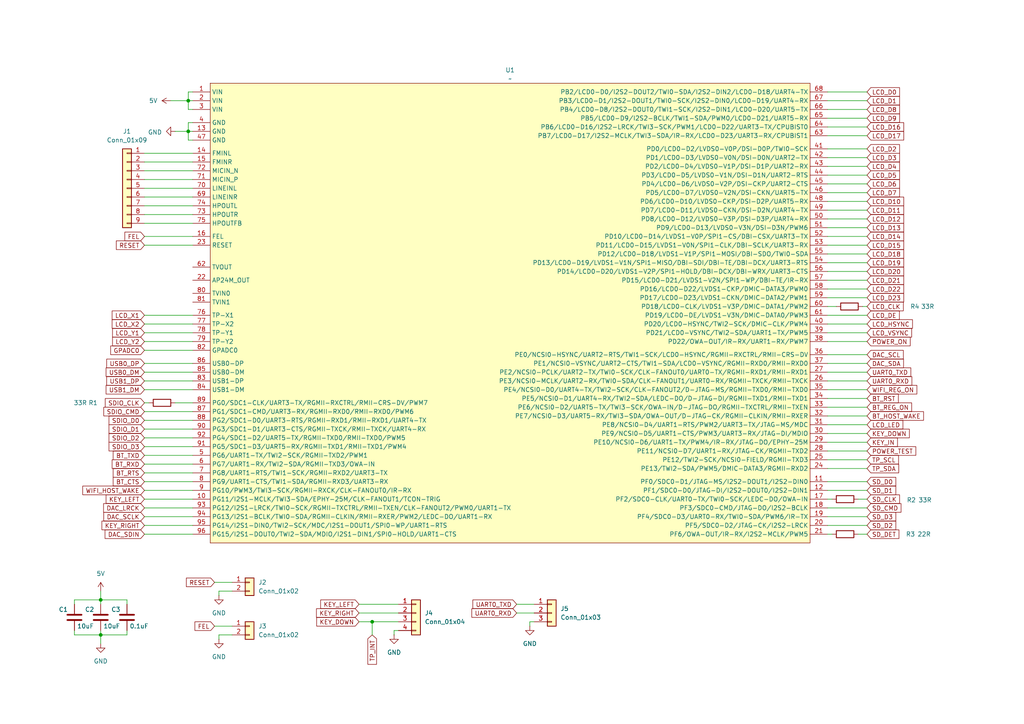
<source format=kicad_sch>
(kicad_sch (version 20250114) (generator "eeschema") (generator_version "9.0")
  (paper "A4")
  (lib_symbols
    (symbol "Connector_Generic:Conn_01x02" (pin_names (offset 1.016) (hide yes))
      (property "Reference" "J" (at 0 2.54 0))
      (property "Value" "Conn_01x02" (at 0 -5.08 0))
      (symbol "Conn_01x02_1_1"
        (rectangle (start -1.27 1.27) (end 1.27 -3.81) (stroke (width 0.254)) (fill (type background)))
        (rectangle (start -1.27 0.127) (end 0 -0.127) (stroke (width 0.1524)))
        (rectangle (start -1.27 -2.413) (end 0 -2.667) (stroke (width 0.1524)))
        (pin passive line (at -5.08 0 0) (length 3.81) (name "Pin_1") (number "1"))
        (pin passive line (at -5.08 -2.54 0) (length 3.81) (name "Pin_2") (number "2"))
      )
    )
    (symbol "Connector_Generic:Conn_01x03" (pin_names (offset 1.016) (hide yes))
      (property "Reference" "J" (at 0 5.08 0))
      (property "Value" "Conn_01x03" (at 0 -5.08 0))
      (symbol "Conn_01x03_1_1"
        (rectangle (start -1.27 3.81) (end 1.27 -3.81) (stroke (width 0.254)) (fill (type background)))
        (rectangle (start -1.27 2.667) (end 0 2.413) (stroke (width 0.1524)))
        (rectangle (start -1.27 0.127) (end 0 -0.127) (stroke (width 0.1524)))
        (rectangle (start -1.27 -2.413) (end 0 -2.667) (stroke (width 0.1524)))
        (pin passive line (at -5.08 2.54 0) (length 3.81) (name "Pin_1") (number "1"))
        (pin passive line (at -5.08 0 0) (length 3.81) (name "Pin_2") (number "2"))
        (pin passive line (at -5.08 -2.54 0) (length 3.81) (name "Pin_3") (number "3"))
      )
    )
    (symbol "Connector_Generic:Conn_01x04" (pin_names (offset 1.016) (hide yes))
      (property "Reference" "J" (at 0 5.08 0))
      (property "Value" "Conn_01x04" (at 0 -7.62 0))
      (symbol "Conn_01x04_1_1"
        (rectangle (start -1.27 3.81) (end 1.27 -6.35) (stroke (width 0.254)) (fill (type background)))
        (rectangle (start -1.27 2.667) (end 0 2.413) (stroke (width 0.1524)))
        (rectangle (start -1.27 0.127) (end 0 -0.127) (stroke (width 0.1524)))
        (rectangle (start -1.27 -2.413) (end 0 -2.667) (stroke (width 0.1524)))
        (rectangle (start -1.27 -4.953) (end 0 -5.207) (stroke (width 0.1524)))
        (pin passive line (at -5.08 2.54 0) (length 3.81) (name "Pin_1") (number "1"))
        (pin passive line (at -5.08 0 0) (length 3.81) (name "Pin_2") (number "2"))
        (pin passive line (at -5.08 -2.54 0) (length 3.81) (name "Pin_3") (number "3"))
        (pin passive line (at -5.08 -5.08 0) (length 3.81) (name "Pin_4") (number "4"))
      )
    )
    (symbol "Connector_Generic:Conn_01x09" (pin_names (offset 1.016) (hide yes))
      (property "Reference" "J" (at 0 12.7 0))
      (property "Value" "Conn_01x09" (at 0 -12.7 0))
      (symbol "Conn_01x09_1_1"
        (rectangle (start -1.27 11.43) (end 1.27 -11.43) (stroke (width 0.254)) (fill (type background)))
        (rectangle (start -1.27 10.287) (end 0 10.033) (stroke (width 0.1524)))
        (rectangle (start -1.27 7.747) (end 0 7.493) (stroke (width 0.1524)))
        (rectangle (start -1.27 5.207) (end 0 4.953) (stroke (width 0.1524)))
        (rectangle (start -1.27 2.667) (end 0 2.413) (stroke (width 0.1524)))
        (rectangle (start -1.27 0.127) (end 0 -0.127) (stroke (width 0.1524)))
        (rectangle (start -1.27 -2.413) (end 0 -2.667) (stroke (width 0.1524)))
        (rectangle (start -1.27 -4.953) (end 0 -5.207) (stroke (width 0.1524)))
        (rectangle (start -1.27 -7.493) (end 0 -7.747) (stroke (width 0.1524)))
        (rectangle (start -1.27 -10.033) (end 0 -10.287) (stroke (width 0.1524)))
        (pin passive line (at -5.08 10.16 0) (length 3.81) (name "Pin_1") (number "1"))
        (pin passive line (at -5.08 7.62 0) (length 3.81) (name "Pin_2") (number "2"))
        (pin passive line (at -5.08 5.08 0) (length 3.81) (name "Pin_3") (number "3"))
        (pin passive line (at -5.08 2.54 0) (length 3.81) (name "Pin_4") (number "4"))
        (pin passive line (at -5.08 0 0) (length 3.81) (name "Pin_5") (number "5"))
        (pin passive line (at -5.08 -2.54 0) (length 3.81) (name "Pin_6") (number "6"))
        (pin passive line (at -5.08 -5.08 0) (length 3.81) (name "Pin_7") (number "7"))
        (pin passive line (at -5.08 -7.62 0) (length 3.81) (name "Pin_8") (number "8"))
        (pin passive line (at -5.08 -10.16 0) (length 3.81) (name "Pin_9") (number "9"))
      )
    )
    (symbol "Device:C" (pin_numbers (hide yes)) (pin_names (offset 0.254))
      (property "Reference" "C" (at 0.635 2.54 0))
      (property "Value" "C" (at 0.635 -2.54 0))
      (symbol "C_0_1"
        (polyline (pts (xy -2.032 0.762) (xy 2.032 0.762)) (stroke (width 0.508)))
        (polyline (pts (xy -2.032 -0.762) (xy 2.032 -0.762)) (stroke (width 0.508)))
      )
      (symbol "C_1_1"
        (pin passive line (at 0 3.81 270) (length 2.794) (name "~") (number "1"))
        (pin passive line (at 0 -3.81 90) (length 2.794) (name "~") (number "2"))
      )
    )
    (symbol "Device:R" (pin_numbers (hide yes)) (pin_names (offset 0))
      (property "Reference" "R" (at 2.032 0 90))
      (property "Value" "R" (at 0 0 90))
      (symbol "R_0_1"
        (rectangle (start -1.016 -2.54) (end 1.016 2.54) (stroke (width 0.254)))
      )
      (symbol "R_1_1"
        (pin passive line (at 0 3.81 270) (length 1.27) (name "~") (number "1"))
        (pin passive line (at 0 -3.81 90) (length 1.27) (name "~") (number "2"))
      )
    )
    (symbol "coloryr:T113_Module"
      (property "Reference" "U" (at 1.016 1.27 0))
      (symbol "T113_Module_1_1"
        (rectangle (start 0 0) (end 173.99 -133.35) (fill (type background)))
        (pin power_in line (at -5.08 -2.54 0) (length 5.08) (name "VIN") (number "1"))
        (pin power_in line (at -5.08 -5.08 0) (length 5.08) (name "VIN") (number "2"))
        (pin power_in line (at -5.08 -7.62 0) (length 5.08) (name "VIN") (number "3"))
        (pin power_in line (at -5.08 -11.43 0) (length 5.08) (name "GND") (number "4"))
        (pin power_in line (at -5.08 -13.97 0) (length 5.08) (name "GND") (number "13"))
        (pin power_in line (at -5.08 -16.51 0) (length 5.08) (name "GND") (number "47"))
        (pin bidirectional line (at -5.08 -20.32 0) (length 5.08) (name "FMINL") (number "14"))
        (pin bidirectional line (at -5.08 -22.86 0) (length 5.08) (name "FMINR") (number "15"))
        (pin bidirectional line (at -5.08 -25.4 0) (length 5.08) (name "MICIN_N") (number "72"))
        (pin bidirectional line (at -5.08 -27.94 0) (length 5.08) (name "MICIN_P") (number "71"))
        (pin bidirectional line (at -5.08 -30.48 0) (length 5.08) (name "LINEINL") (number "70"))
        (pin bidirectional line (at -5.08 -33.02 0) (length 5.08) (name "LINEINR") (number "69"))
        (pin bidirectional line (at -5.08 -35.56 0) (length 5.08) (name "HPOUTL") (number "74"))
        (pin bidirectional line (at -5.08 -38.1 0) (length 5.08) (name "HPOUTR") (number "73"))
        (pin bidirectional line (at -5.08 -40.64 0) (length 5.08) (name "HPOUTFB") (number "75"))
        (pin bidirectional line (at -5.08 -44.45 0) (length 5.08) (name "FEL") (number "16"))
        (pin bidirectional line (at -5.08 -46.99 0) (length 5.08) (name "RESET") (number "23"))
        (pin bidirectional line (at -5.08 -53.34 0) (length 5.08) (name "TVOUT") (number "62"))
        (pin bidirectional line (at -5.08 -57.15 0) (length 5.08) (name "AP24M_OUT") (number "22"))
        (pin bidirectional line (at -5.08 -60.96 0) (length 5.08) (name "TVIN0") (number "80"))
        (pin bidirectional line (at -5.08 -63.5 0) (length 5.08) (name "TVIN1") (number "81"))
        (pin bidirectional line (at -5.08 -67.31 0) (length 5.08) (name "TP-X1") (number "76"))
        (pin bidirectional line (at -5.08 -69.85 0) (length 5.08) (name "TP-X2") (number "77"))
        (pin bidirectional line (at -5.08 -72.39 0) (length 5.08) (name "TP-Y1") (number "78"))
        (pin bidirectional line (at -5.08 -74.93 0) (length 5.08) (name "TP-Y2") (number "79"))
        (pin bidirectional line (at -5.08 -77.47 0) (length 5.08) (name "GPADC0") (number "82"))
        (pin bidirectional line (at -5.08 -81.28 0) (length 5.08) (name "USB0-DP") (number "86"))
        (pin bidirectional line (at -5.08 -83.82 0) (length 5.08) (name "USB0-DM") (number "85"))
        (pin bidirectional line (at -5.08 -86.36 0) (length 5.08) (name "USB1-DP") (number "83"))
        (pin bidirectional line (at -5.08 -88.9 0) (length 5.08) (name "USB1-DM") (number "84"))
        (pin bidirectional line (at -5.08 -92.71 0) (length 5.08) (name "PG0/SDC1-CLK/UART3-TX/RGMII-RXCTRL/RMII-CRS-DV/PWM7") (number "89"))
        (pin bidirectional line (at -5.08 -95.25 0) (length 5.08) (name "PG1/SDC1-CMD/UART3-RX/RGMII-RXD0/RMII-RXD0/PWM6") (number "87"))
        (pin bidirectional line (at -5.08 -97.79 0) (length 5.08) (name "PG2/SDC1-D0/UART3-RTS/RGMII-RXD1/RMII-RXD1/UART4-TX") (number "88"))
        (pin bidirectional line (at -5.08 -100.33 0) (length 5.08) (name "PG3/SDC1-D1/UART3-CTS/RGMII-TXCK/RMII-TXCK/UART4-RX") (number "90"))
        (pin bidirectional line (at -5.08 -102.87 0) (length 5.08) (name "PG4/SDC1-D2/UART5-TX/RGMII-TXD0/RMII-TXD0/PWM5") (number "92"))
        (pin bidirectional line (at -5.08 -105.41 0) (length 5.08) (name "PG5/SDC1-D3/UART5-RX/RGMII-TXD1/RMII-TXD1/PWM4") (number "91"))
        (pin bidirectional line (at -5.08 -107.95 0) (length 5.08) (name "PG6/UART1-TX/TWI2-SCK/RGMII-TXD2/PWM1") (number "5"))
        (pin bidirectional line (at -5.08 -110.49 0) (length 5.08) (name "PG7/UART1-RX/TWI2-SDA/RGMII-TXD3/OWA-IN") (number "6"))
        (pin bidirectional line (at -5.08 -113.03 0) (length 5.08) (name "PG8/UART1-RTS/TWI1-SCK/RGMII-RXD2/UART3-TX") (number "7"))
        (pin bidirectional line (at -5.08 -115.57 0) (length 5.08) (name "PG9/UART1-CTS/TWI1-SDA/RGMII-RXD3/UART3-RX") (number "8"))
        (pin bidirectional line (at -5.08 -118.11 0) (length 5.08) (name "PG10/PWM3/TWI3-SCK/RGMII-RXCK/CLK-FANOUT0/IR-RX") (number "9"))
        (pin bidirectional line (at -5.08 -120.65 0) (length 5.08) (name "PG11/I2S1-MCLK/TWI3-SDA/EPHY-25M/CLK-FANOUT1/TCON-TRIG") (number "10"))
        (pin bidirectional line (at -5.08 -123.19 0) (length 5.08) (name "PG12/I2S1-LRCK/TWI0-SCK/RGMII-TXCTRL/RMII-TXEN/CLK-FANOUT2/PWM0/UART1-TX") (number "93"))
        (pin bidirectional line (at -5.08 -125.73 0) (length 5.08) (name "PG13/I2S1-BCLK/TWI0-SDA/RGMII-CLKIN/RMII-RXER/PWM2/LEDC-DO/UART1-RX") (number "94"))
        (pin bidirectional line (at -5.08 -128.27 0) (length 5.08) (name "PG14/I2S1-DIN0/TWI2-SCK/MDC/I2S1-DOUT1/SPI0-WP/UART1-RTS") (number "95"))
        (pin bidirectional line (at -5.08 -130.81 0) (length 5.08) (name "PG15/I2S1-DOUT0/TWI2-SDA/MDIO/I2S1-DIN1/SPI0-HOLD/UART1-CTS") (number "96"))
        (pin bidirectional line (at 179.07 -2.54 180) (length 5.08) (name "PB2/LCD0-D0/I2S2-DOUT2/TWI0-SDA/I2S2-DIN2/LCD0-D18/UART4-TX") (number "68"))
        (pin bidirectional line (at 179.07 -5.08 180) (length 5.08) (name "PB3/LCD0-D1/I2S2-DOUT1/TWI0-SCK/I2S2-DIN0/LCD0-D19/UART4-RX") (number "67"))
        (pin bidirectional line (at 179.07 -7.62 180) (length 5.08) (name "PB4/LCD0-D8/I2S2-DOUT0/TWI1-SCK/I2S2-DIN1/LCD0-D20/UART5-TX") (number "66"))
        (pin bidirectional line (at 179.07 -10.16 180) (length 5.08) (name "PB5/LCD0-D9/I2S2-BCLK/TWI1-SDA/PWM0/LCD0-D21/UART5-RX") (number "65"))
        (pin bidirectional line (at 179.07 -12.7 180) (length 5.08) (name "PB6/LCD0-D16/I2S2-LRCK/TWI3-SCK/PWM1/LCD0-D22/UART3-TX/CPUBIST0") (number "64"))
        (pin bidirectional line (at 179.07 -15.24 180) (length 5.08) (name "PB7/LCD0-D17/I2S2-MCLK/TWI3-SDA/IR-RX/LCD0-D23/UART3-RX/CPUBIST1") (number "63"))
        (pin bidirectional line (at 179.07 -19.05 180) (length 5.08) (name "PD0/LCD0-D2/LVDS0-V0P/DSI-D0P/TWI0-SCK") (number "41"))
        (pin bidirectional line (at 179.07 -21.59 180) (length 5.08) (name "PD1/LCD0-D3/LVDS0-V0N/DSI-D0N/UART2-TX") (number "42"))
        (pin bidirectional line (at 179.07 -24.13 180) (length 5.08) (name "PD2/LCD0-D4/LVDS0-V1P/DSI-D1P/UART2-RX") (number "43"))
        (pin bidirectional line (at 179.07 -26.67 180) (length 5.08) (name "PD3/LCD0-D5/LVDS0-V1N/DSI-D1N/UART2-RTS") (number "44"))
        (pin bidirectional line (at 179.07 -29.21 180) (length 5.08) (name "PD4/LCD0-D6/LVDS0-V2P/DSI-CKP/UART2-CTS") (number "45"))
        (pin bidirectional line (at 179.07 -31.75 180) (length 5.08) (name "PD5/LCD0-D7/LVDS0-V2N/DSI-CKN/UART5-TX") (number "46"))
        (pin bidirectional line (at 179.07 -34.29 180) (length 5.08) (name "PD6/LCD0-D10/LVDS0-CKP/DSI-D2P/UART5-RX") (number "48"))
        (pin bidirectional line (at 179.07 -36.83 180) (length 5.08) (name "PD7/LCD0-D11/LVDS0-CKN/DSI-D2N/UART4-TX") (number "49"))
        (pin bidirectional line (at 179.07 -39.37 180) (length 5.08) (name "PD8/LCD0-D12/LVDS0-V3P/DSI-D3P/UART4-RX") (number "50"))
        (pin bidirectional line (at 179.07 -41.91 180) (length 5.08) (name "PD9/LCD0-D13/LVDS0-V3N/DSI-D3N/PWM6") (number "51"))
        (pin bidirectional line (at 179.07 -44.45 180) (length 5.08) (name "PD10/LCD0-D14/LVDS1-V0P/SPI1-CS/DBI-CSX/UART3-TX") (number "52"))
        (pin bidirectional line (at 179.07 -46.99 180) (length 5.08) (name "PD11/LCD0-D15/LVDS1-V0N/SPI1-CLK/DBI-SCLK/UART3-RX") (number "53"))
        (pin bidirectional line (at 179.07 -49.53 180) (length 5.08) (name "PD12/LCD0-D18/LVDS1-V1P/SPI1-MOSI/DBI-SDO/TWI0-SDA") (number "55"))
        (pin bidirectional line (at 179.07 -52.07 180) (length 5.08) (name "PD13/LCD0-D19/LVDS1-V1N/SPI1-MISO/DBI-SDI/DBI-TE/DBI-DCX/UART3-RTS") (number "54"))
        (pin bidirectional line (at 179.07 -54.61 180) (length 5.08) (name "PD14/LCD0-D20/LVDS1-V2P/SPI1-HOLD/DBI-DCX/DBI-WRX/UART3-CTS") (number "56"))
        (pin bidirectional line (at 179.07 -57.15 180) (length 5.08) (name "PD15/LCD0-D21/LVDS1-V2N/SPI1-WP/DBI-TE/IR-RX") (number "57"))
        (pin bidirectional line (at 179.07 -59.69 180) (length 5.08) (name "PD16/LCD0-D22/LVDS1-CKP/DMIC-DATA3/PWM0") (number "58"))
        (pin bidirectional line (at 179.07 -62.23 180) (length 5.08) (name "PD17/LCD0-D23/LVDS1-CKN/DMIC-DATA2/PWM1") (number "59"))
        (pin bidirectional line (at 179.07 -64.77 180) (length 5.08) (name "PD18/LCD0-CLK/LVDS1-V3P/DMIC-DATA1/PWM2") (number "60"))
        (pin bidirectional line (at 179.07 -67.31 180) (length 5.08) (name "PD19/LCD0-DE/LVDS1-V3N/DMIC-DATA0/PWM3") (number "61"))
        (pin bidirectional line (at 179.07 -69.85 180) (length 5.08) (name "PD20/LCD0-HSYNC/TWI2-SCK/DMIC-CLK/PWM4") (number "40"))
        (pin bidirectional line (at 179.07 -72.39 180) (length 5.08) (name "PD21/LCD0-VSYNC/TWI2-SDA/UART1-TX/PWM5") (number "39"))
        (pin bidirectional line (at 179.07 -74.93 180) (length 5.08) (name "PD22/OWA-OUT/IR-RX/UART1-RX/PWM7") (number "38"))
        (pin bidirectional line (at 179.07 -78.74 180) (length 5.08) (name "PE0/NCSI0-HSYNC/UART2-RTS/TWI1-SCK/LCD0-HSYNC/RGMII-RXCTRL/RMII-CRS-DV") (number "36"))
        (pin bidirectional line (at 179.07 -81.28 180) (length 5.08) (name "PE1/NCSI0-VSYNC/UART2-CTS/TWI1-SDA/LCD0-VSYNC/RGMII-RXD0/RMII-RXD0") (number "37"))
        (pin bidirectional line (at 179.07 -83.82 180) (length 5.08) (name "PE2/NCSI0-PCLK/UART2-TX/TWI0-SCK/CLK-FANOUT0/UART0-TX/RGMII-RXD1/RMII-RXD1") (number "27"))
        (pin bidirectional line (at 179.07 -86.36 180) (length 5.08) (name "PE3/NCSI0-MCLK/UART2-RX/TWI0-SDA/CLK-FANOUT1/UART0-RX/RGMII-TXCK/RMII-TXCK") (number "26"))
        (pin bidirectional line (at 179.07 -88.9 180) (length 5.08) (name "PE4/NCSI0-D0/UART4-TX/TWI2-SCK/CLK-FANOUT2/D-JTAG-MS/RGMII-TXD0/RMII-TXD0") (number "35"))
        (pin bidirectional line (at 179.07 -91.44 180) (length 5.08) (name "PE5/NCSI0-D1/UART4-RX/TWI2-SDA/LEDC-DO/D-JTAG-DI/RGMII-TXD1/RMII-TXD1") (number "34"))
        (pin bidirectional line (at 179.07 -93.98 180) (length 5.08) (name "PE6/NCSI0-D2/UART5-TX/TWI3-SCK/OWA-IN/D-JTAG-DO/RGMII-TXCTRL/RMII-TXEN") (number "33"))
        (pin bidirectional line (at 179.07 -96.52 180) (length 5.08) (name "PE7/NCSI0-D3/UART5-RX/TWI3-SDA/OWA-OUT/D-JTAG-CK/RGMII-CLKIN/RMII-RXER") (number "32"))
        (pin bidirectional line (at 179.07 -99.06 180) (length 5.08) (name "PE8/NCSI0-D4/UART1-RTS/PWM2/UART3-TX/JTAG-MS/MDC") (number "31"))
        (pin bidirectional line (at 179.07 -101.6 180) (length 5.08) (name "PE9/NCSI0-D5/UART1-CTS/PWM3/UART3-RX/JTAG-DI/MDIO") (number "30"))
        (pin bidirectional line (at 179.07 -104.14 180) (length 5.08) (name "PE10/NCSI0-D6/UART1-TX/PWM4/IR-RX/JTAG-DO/EPHY-25M") (number "29"))
        (pin bidirectional line (at 179.07 -106.68 180) (length 5.08) (name "PE11/NCSI0-D7/UART1-RX/JTAG-CK/RGMII-TXD2") (number "28"))
        (pin bidirectional line (at 179.07 -109.22 180) (length 5.08) (name "PE12/TWI2-SCK/NCSI0-FIELD/RGMII-TXD3") (number "25"))
        (pin bidirectional line (at 179.07 -111.76 180) (length 5.08) (name "PE13/TWI2-SDA/PWM5/DMIC-DATA3/RGMII-RXD2") (number "24"))
        (pin bidirectional line (at 179.07 -115.57 180) (length 5.08) (name "PF0/SDC0-D1/JTAG-MS/I2S2-DOUT1/I2S2-DIN0") (number "11"))
        (pin bidirectional line (at 179.07 -118.11 180) (length 5.08) (name "PF1/SDC0-D0/JTAG-DI/I2S2-DOUT0/I2S2-DIN1") (number "12"))
        (pin bidirectional line (at 179.07 -120.65 180) (length 5.08) (name "PF2/SDC0-CLK/UART0-TX/TWI0-SCK/LEDC-DO/OWA-IN") (number "17"))
        (pin bidirectional line (at 179.07 -123.19 180) (length 5.08) (name "PF3/SDC0-CMD/JTAG-DO/I2S2-BCLK") (number "18"))
        (pin bidirectional line (at 179.07 -125.73 180) (length 5.08) (name "PF4/SDC0-D3/UART0-RX/TWI0-SDA/PWM6/IR-TX") (number "19"))
        (pin bidirectional line (at 179.07 -128.27 180) (length 5.08) (name "PF5/SDC0-D2/JTAG-CK/I2S2-LRCK") (number "20"))
        (pin bidirectional line (at 179.07 -130.81 180) (length 5.08) (name "PF6/OWA-OUT/IR-RX/I2S2-MCLK/PWM5") (number "21"))
      )
    )
    (symbol "power:GND" (power) (pin_numbers (hide yes)) (pin_names (offset 0) (hide yes))
      (property "Value" "GND" (at 0 -3.81 0))
      (symbol "GND_0_1"
        (polyline (pts (xy 0 0) (xy 0 -1.27) (xy 1.27 -1.27) (xy 0 -2.54) (xy -1.27 -1.27) (xy 0 -1.27)))
      )
      (symbol "GND_1_1"
        (pin power_in line (at 0 0 270) (length 0) (name "~") (number "1"))
      )
    )
    (symbol "power:VCC" (power) (pin_numbers (hide yes)) (pin_names (offset 0) (hide yes))
      (property "Value" "VCC" (at 0 3.556 0))
      (symbol "VCC_0_1"
        (polyline (pts (xy -0.762 1.27) (xy 0 2.54)))
        (polyline (pts (xy 0 2.54) (xy 0.762 1.27)))
        (polyline (pts (xy 0 0) (xy 0 2.54)))
      )
      (symbol "VCC_1_1"
        (pin power_in line (at 0 0 90) (length 0) (name "~") (number "1"))
      )
    )
  )
  (junction (at 54.61 29.21))
  (junction (at 29.21 173.99))
  (junction (at 107.95 180.34))
  (junction (at 29.21 184.15))
  (junction (at 54.61 38.1))
  (wire (pts (xy 41.91 107.95) (xy 55.88 107.95)))
  (wire (pts (xy 63.5 171.45) (xy 67.31 171.45)))
  (wire (pts (xy 240.03 133.35) (xy 251.46 133.35)))
  (wire (pts (xy 153.67 180.34) (xy 153.67 181.61)))
  (wire (pts (xy 240.03 93.98) (xy 251.46 93.98)))
  (wire (pts (xy 240.03 81.28) (xy 251.46 81.28)))
  (wire (pts (xy 240.03 31.75) (xy 251.46 31.75)))
  (wire (pts (xy 240.03 99.06) (xy 251.46 99.06)))
  (wire (pts (xy 21.59 184.15) (xy 21.59 182.88)))
  (wire (pts (xy 104.14 177.8) (xy 115.57 177.8)))
  (wire (pts (xy 240.03 149.86) (xy 251.46 149.86)))
  (wire (pts (xy 41.91 57.15) (xy 55.88 57.15)))
  (wire (pts (xy 41.91 49.53) (xy 55.88 49.53)))
  (wire (pts (xy 41.91 99.06) (xy 55.88 99.06)))
  (wire (pts (xy 240.03 78.74) (xy 251.46 78.74)))
  (wire (pts (xy 29.21 173.99) (xy 29.21 175.26)))
  (wire (pts (xy 240.03 135.89) (xy 251.46 135.89)))
  (wire (pts (xy 36.83 173.99) (xy 36.83 175.26)))
  (wire (pts (xy 251.46 115.57) (xy 240.03 115.57)))
  (wire (pts (xy 240.03 120.65) (xy 251.46 120.65)))
  (wire (pts (xy 54.61 38.1) (xy 54.61 35.56)))
  (wire (pts (xy 240.03 48.26) (xy 251.46 48.26)))
  (wire (pts (xy 240.03 29.21) (xy 251.46 29.21)))
  (wire (pts (xy 240.03 34.29) (xy 251.46 34.29)))
  (wire (pts (xy 67.31 181.61) (xy 62.23 181.61)))
  (wire (pts (xy 240.03 130.81) (xy 251.46 130.81)))
  (wire (pts (xy 29.21 184.15) (xy 21.59 184.15)))
  (wire (pts (xy 41.91 110.49) (xy 55.88 110.49)))
  (wire (pts (xy 41.91 54.61) (xy 55.88 54.61)))
  (wire (pts (xy 50.8 38.1) (xy 54.61 38.1)))
  (wire (pts (xy 149.86 177.8) (xy 154.94 177.8)))
  (wire (pts (xy 63.5 184.15) (xy 67.31 184.15)))
  (wire (pts (xy 29.21 173.99) (xy 36.83 173.99)))
  (wire (pts (xy 240.03 55.88) (xy 251.46 55.88)))
  (wire (pts (xy 41.91 134.62) (xy 55.88 134.62)))
  (wire (pts (xy 240.03 102.87) (xy 251.46 102.87)))
  (wire (pts (xy 41.91 101.6) (xy 55.88 101.6)))
  (wire (pts (xy 104.14 180.34) (xy 107.95 180.34)))
  (wire (pts (xy 41.91 116.84) (xy 43.18 116.84)))
  (wire (pts (xy 41.91 105.41) (xy 55.88 105.41)))
  (wire (pts (xy 240.03 105.41) (xy 251.46 105.41)))
  (wire (pts (xy 54.61 40.64) (xy 54.61 38.1)))
  (wire (pts (xy 54.61 35.56) (xy 55.88 35.56)))
  (wire (pts (xy 251.46 113.03) (xy 240.03 113.03)))
  (wire (pts (xy 41.91 127) (xy 55.88 127)))
  (wire (pts (xy 41.91 121.92) (xy 55.88 121.92)))
  (wire (pts (xy 240.03 123.19) (xy 251.46 123.19)))
  (wire (pts (xy 41.91 137.16) (xy 55.88 137.16)))
  (wire (pts (xy 240.03 96.52) (xy 251.46 96.52)))
  (wire (pts (xy 41.91 147.32) (xy 55.88 147.32)))
  (wire (pts (xy 104.14 175.26) (xy 115.57 175.26)))
  (wire (pts (xy 21.59 175.26) (xy 21.59 173.99)))
  (wire (pts (xy 240.03 76.2) (xy 251.46 76.2)))
  (wire (pts (xy 41.91 124.46) (xy 55.88 124.46)))
  (wire (pts (xy 240.03 53.34) (xy 251.46 53.34)))
  (wire (pts (xy 50.8 116.84) (xy 55.88 116.84)))
  (wire (pts (xy 240.03 39.37) (xy 251.46 39.37)))
  (wire (pts (xy 240.03 86.36) (xy 251.46 86.36)))
  (wire (pts (xy 41.91 149.86) (xy 55.88 149.86)))
  (wire (pts (xy 240.03 60.96) (xy 251.46 60.96)))
  (wire (pts (xy 240.03 50.8) (xy 251.46 50.8)))
  (wire (pts (xy 54.61 29.21) (xy 54.61 26.67)))
  (wire (pts (xy 41.91 119.38) (xy 55.88 119.38)))
  (wire (pts (xy 41.91 52.07) (xy 55.88 52.07)))
  (wire (pts (xy 240.03 58.42) (xy 251.46 58.42)))
  (wire (pts (xy 149.86 175.26) (xy 154.94 175.26)))
  (wire (pts (xy 55.88 40.64) (xy 54.61 40.64)))
  (wire (pts (xy 154.94 180.34) (xy 153.67 180.34)))
  (wire (pts (xy 240.03 26.67) (xy 251.46 26.67)))
  (wire (pts (xy 240.03 73.66) (xy 251.46 73.66)))
  (wire (pts (xy 240.03 91.44) (xy 251.46 91.44)))
  (wire (pts (xy 41.91 152.4) (xy 55.88 152.4)))
  (wire (pts (xy 240.03 63.5) (xy 251.46 63.5)))
  (wire (pts (xy 41.91 129.54) (xy 55.88 129.54)))
  (wire (pts (xy 240.03 154.94) (xy 241.3 154.94)))
  (wire (pts (xy 240.03 125.73) (xy 251.46 125.73)))
  (wire (pts (xy 41.91 93.98) (xy 55.88 93.98)))
  (wire (pts (xy 240.03 36.83) (xy 251.46 36.83)))
  (wire (pts (xy 251.46 110.49) (xy 240.03 110.49)))
  (wire (pts (xy 240.03 152.4) (xy 251.46 152.4)))
  (wire (pts (xy 54.61 29.21) (xy 55.88 29.21)))
  (wire (pts (xy 107.95 180.34) (xy 107.95 184.15)))
  (wire (pts (xy 250.19 88.9) (xy 251.46 88.9)))
  (wire (pts (xy 49.53 29.21) (xy 54.61 29.21)))
  (wire (pts (xy 41.91 62.23) (xy 55.88 62.23)))
  (wire (pts (xy 63.5 185.42) (xy 63.5 184.15)))
  (wire (pts (xy 55.88 31.75) (xy 54.61 31.75)))
  (wire (pts (xy 240.03 128.27) (xy 251.46 128.27)))
  (wire (pts (xy 54.61 26.67) (xy 55.88 26.67)))
  (wire (pts (xy 41.91 91.44) (xy 55.88 91.44)))
  (wire (pts (xy 63.5 172.72) (xy 63.5 171.45)))
  (wire (pts (xy 240.03 68.58) (xy 251.46 68.58)))
  (wire (pts (xy 29.21 171.45) (xy 29.21 173.99)))
  (wire (pts (xy 41.91 71.12) (xy 55.88 71.12)))
  (wire (pts (xy 240.03 88.9) (xy 242.57 88.9)))
  (wire (pts (xy 29.21 184.15) (xy 29.21 186.69)))
  (wire (pts (xy 41.91 142.24) (xy 55.88 142.24)))
  (wire (pts (xy 240.03 45.72) (xy 251.46 45.72)))
  (wire (pts (xy 107.95 180.34) (xy 115.57 180.34)))
  (wire (pts (xy 36.83 184.15) (xy 29.21 184.15)))
  (wire (pts (xy 41.91 96.52) (xy 55.88 96.52)))
  (wire (pts (xy 115.57 182.88) (xy 114.3 182.88)))
  (wire (pts (xy 41.91 68.58) (xy 55.88 68.58)))
  (wire (pts (xy 41.91 46.99) (xy 55.88 46.99)))
  (wire (pts (xy 240.03 139.7) (xy 251.46 139.7)))
  (wire (pts (xy 41.91 113.03) (xy 55.88 113.03)))
  (wire (pts (xy 41.91 144.78) (xy 55.88 144.78)))
  (wire (pts (xy 240.03 142.24) (xy 251.46 142.24)))
  (wire (pts (xy 67.31 168.91) (xy 62.23 168.91)))
  (wire (pts (xy 41.91 59.69) (xy 55.88 59.69)))
  (wire (pts (xy 41.91 44.45) (xy 55.88 44.45)))
  (wire (pts (xy 240.03 43.18) (xy 251.46 43.18)))
  (wire (pts (xy 41.91 64.77) (xy 55.88 64.77)))
  (wire (pts (xy 240.03 71.12) (xy 251.46 71.12)))
  (wire (pts (xy 240.03 144.78) (xy 241.3 144.78)))
  (wire (pts (xy 41.91 139.7) (xy 55.88 139.7)))
  (wire (pts (xy 248.92 144.78) (xy 251.46 144.78)))
  (wire (pts (xy 240.03 83.82) (xy 251.46 83.82)))
  (wire (pts (xy 240.03 118.11) (xy 251.46 118.11)))
  (wire (pts (xy 54.61 31.75) (xy 54.61 29.21)))
  (wire (pts (xy 41.91 154.94) (xy 55.88 154.94)))
  (wire (pts (xy 36.83 182.88) (xy 36.83 184.15)))
  (wire (pts (xy 29.21 182.88) (xy 29.21 184.15)))
  (wire (pts (xy 240.03 66.04) (xy 251.46 66.04)))
  (wire (pts (xy 41.91 132.08) (xy 55.88 132.08)))
  (wire (pts (xy 240.03 147.32) (xy 251.46 147.32)))
  (wire (pts (xy 114.3 182.88) (xy 114.3 184.15)))
  (wire (pts (xy 251.46 107.95) (xy 240.03 107.95)))
  (wire (pts (xy 248.92 154.94) (xy 251.46 154.94)))
  (wire (pts (xy 21.59 173.99) (xy 29.21 173.99)))
  (wire (pts (xy 54.61 38.1) (xy 55.88 38.1)))
  (global_label "DAC_SDIN" (shape input) (at 41.91 154.94 180) (property "Intersheetrefs" "${INTERSHEET_REFS}" (effects (hide yes))))
  (global_label "DAC_LRCK" (shape input) (at 41.91 147.32 180) (property "Intersheetrefs" "${INTERSHEET_REFS}" (effects (hide yes))))
  (global_label "LCD_D15" (shape input) (at 251.46 71.12 0) (property "Intersheetrefs" "${INTERSHEET_REFS}" (effects (hide yes))))
  (global_label "UART0_RXD" (shape input) (at 149.86 177.8 180) (property "Intersheetrefs" "${INTERSHEET_REFS}" (effects (hide yes))))
  (global_label "SDIO_CMD" (shape input) (at 41.91 119.38 180) (property "Intersheetrefs" "${INTERSHEET_REFS}" (effects (hide yes))))
  (global_label "SD_D0" (shape input) (at 251.46 139.7 0) (property "Intersheetrefs" "${INTERSHEET_REFS}" (effects (hide yes))))
  (global_label "LCD_D14" (shape input) (at 251.46 68.58 0) (property "Intersheetrefs" "${INTERSHEET_REFS}" (effects (hide yes))))
  (global_label "LCD_X1" (shape input) (at 41.91 91.44 180) (property "Intersheetrefs" "${INTERSHEET_REFS}" (effects (hide yes))))
  (global_label "SD_D3" (shape input) (at 251.46 149.86 0) (property "Intersheetrefs" "${INTERSHEET_REFS}" (effects (hide yes))))
  (global_label "SD_CMD" (shape input) (at 251.46 147.32 0) (property "Intersheetrefs" "${INTERSHEET_REFS}" (effects (hide yes))))
  (global_label "TP_SCL" (shape input) (at 251.46 133.35 0) (property "Intersheetrefs" "${INTERSHEET_REFS}" (effects (hide yes))))
  (global_label "LCD_D13" (shape input) (at 251.46 66.04 0) (property "Intersheetrefs" "${INTERSHEET_REFS}" (effects (hide yes))))
  (global_label "BT_CTS" (shape input) (at 41.91 139.7 180) (property "Intersheetrefs" "${INTERSHEET_REFS}" (effects (hide yes))))
  (global_label "RESET" (shape input) (at 41.91 71.12 180) (property "Intersheetrefs" "${INTERSHEET_REFS}" (effects (hide yes))))
  (global_label "DAC_SCL" (shape input) (at 251.46 102.87 0) (property "Intersheetrefs" "${INTERSHEET_REFS}" (effects (hide yes))))
  (global_label "LCD_D9" (shape input) (at 251.46 34.29 0) (property "Intersheetrefs" "${INTERSHEET_REFS}" (effects (hide yes))))
  (global_label "TP_SDA" (shape input) (at 251.46 135.89 0) (property "Intersheetrefs" "${INTERSHEET_REFS}" (effects (hide yes))))
  (global_label "LCD_D5" (shape input) (at 251.46 50.8 0) (property "Intersheetrefs" "${INTERSHEET_REFS}" (effects (hide yes))))
  (global_label "LCD_D17" (shape input) (at 251.46 39.37 0) (property "Intersheetrefs" "${INTERSHEET_REFS}" (effects (hide yes))))
  (global_label "USB0_DM" (shape input) (at 41.91 107.95 180) (property "Intersheetrefs" "${INTERSHEET_REFS}" (effects (hide yes))))
  (global_label "BT_RST" (shape input) (at 251.46 115.57 0) (property "Intersheetrefs" "${INTERSHEET_REFS}" (effects (hide yes))))
  (global_label "LCD_Y1" (shape input) (at 41.91 96.52 180) (property "Intersheetrefs" "${INTERSHEET_REFS}" (effects (hide yes))))
  (global_label "LCD_D6" (shape input) (at 251.46 53.34 0) (property "Intersheetrefs" "${INTERSHEET_REFS}" (effects (hide yes))))
  (global_label "LCD_D7" (shape input) (at 251.46 55.88 0) (property "Intersheetrefs" "${INTERSHEET_REFS}" (effects (hide yes))))
  (global_label "LCD_D11" (shape input) (at 251.46 60.96 0) (property "Intersheetrefs" "${INTERSHEET_REFS}" (effects (hide yes))))
  (global_label "BT_REG_ON" (shape input) (at 251.46 118.11 0) (property "Intersheetrefs" "${INTERSHEET_REFS}" (effects (hide yes))))
  (global_label "SD_CLK" (shape input) (at 251.46 144.78 0) (property "Intersheetrefs" "${INTERSHEET_REFS}" (effects (hide yes))))
  (global_label "LCD_D2" (shape input) (at 251.46 43.18 0) (property "Intersheetrefs" "${INTERSHEET_REFS}" (effects (hide yes))))
  (global_label "USB0_DP" (shape input) (at 41.91 105.41 180) (property "Intersheetrefs" "${INTERSHEET_REFS}" (effects (hide yes))))
  (global_label "LCD_D12" (shape input) (at 251.46 63.5 0) (property "Intersheetrefs" "${INTERSHEET_REFS}" (effects (hide yes))))
  (global_label "KEY_DOWN" (shape input) (at 251.46 125.73 0) (property "Intersheetrefs" "${INTERSHEET_REFS}" (effects (hide yes))))
  (global_label "KEY_RIGHT" (shape input) (at 104.14 177.8 180) (property "Intersheetrefs" "${INTERSHEET_REFS}" (effects (hide yes))))
  (global_label "FEL" (shape input) (at 41.91 68.58 180) (property "Intersheetrefs" "${INTERSHEET_REFS}" (effects (hide yes))))
  (global_label "BT_HOST_WAKE" (shape input) (at 251.46 120.65 0) (property "Intersheetrefs" "${INTERSHEET_REFS}" (effects (hide yes))))
  (global_label "SDIO_D0" (shape input) (at 41.91 121.92 180) (property "Intersheetrefs" "${INTERSHEET_REFS}" (effects (hide yes))))
  (global_label "LCD_D3" (shape input) (at 251.46 45.72 0) (property "Intersheetrefs" "${INTERSHEET_REFS}" (effects (hide yes))))
  (global_label "USB1_DM" (shape input) (at 41.91 113.03 180) (property "Intersheetrefs" "${INTERSHEET_REFS}" (effects (hide yes))))
  (global_label "LCD_Y2" (shape input) (at 41.91 99.06 180) (property "Intersheetrefs" "${INTERSHEET_REFS}" (effects (hide yes))))
  (global_label "SDIO_D3" (shape input) (at 41.91 129.54 180) (property "Intersheetrefs" "${INTERSHEET_REFS}" (effects (hide yes))))
  (global_label "DAC_SDA" (shape input) (at 251.46 105.41 0) (property "Intersheetrefs" "${INTERSHEET_REFS}" (effects (hide yes))))
  (global_label "KEY_LEFT" (shape input) (at 104.14 175.26 180) (property "Intersheetrefs" "${INTERSHEET_REFS}" (effects (hide yes))))
  (global_label "UART0_TXD" (shape input) (at 149.86 175.26 180) (property "Intersheetrefs" "${INTERSHEET_REFS}" (effects (hide yes))))
  (global_label "LCD_D16" (shape input) (at 251.46 36.83 0) (property "Intersheetrefs" "${INTERSHEET_REFS}" (effects (hide yes))))
  (global_label "LCD_X2" (shape input) (at 41.91 93.98 180) (property "Intersheetrefs" "${INTERSHEET_REFS}" (effects (hide yes))))
  (global_label "LCD_HSYNC" (shape input) (at 251.46 93.98 0) (property "Intersheetrefs" "${INTERSHEET_REFS}" (effects (hide yes))))
  (global_label "SD_DET" (shape input) (at 251.46 154.94 0) (property "Intersheetrefs" "${INTERSHEET_REFS}" (effects (hide yes))))
  (global_label "TP_INT" (shape input) (at 107.95 184.15 270) (property "Intersheetrefs" "${INTERSHEET_REFS}" (effects (hide yes))))
  (global_label "WIFI_HOST_WAKE" (shape input) (at 41.91 142.24 180) (property "Intersheetrefs" "${INTERSHEET_REFS}" (effects (hide yes))))
  (global_label "UART0_RXD" (shape input) (at 251.46 110.49 0) (property "Intersheetrefs" "${INTERSHEET_REFS}" (effects (hide yes))))
  (global_label "LCD_DE" (shape input) (at 251.46 91.44 0) (property "Intersheetrefs" "${INTERSHEET_REFS}" (effects (hide yes))))
  (global_label "LCD_D21" (shape input) (at 251.46 81.28 0) (property "Intersheetrefs" "${INTERSHEET_REFS}" (effects (hide yes))))
  (global_label "LCD_D22" (shape input) (at 251.46 83.82 0) (property "Intersheetrefs" "${INTERSHEET_REFS}" (effects (hide yes))))
  (global_label "SDIO_D1" (shape input) (at 41.91 124.46 180) (property "Intersheetrefs" "${INTERSHEET_REFS}" (effects (hide yes))))
  (global_label "LCD_D23" (shape input) (at 251.46 86.36 0) (property "Intersheetrefs" "${INTERSHEET_REFS}" (effects (hide yes))))
  (global_label "FEL" (shape input) (at 62.23 181.61 180) (property "Intersheetrefs" "${INTERSHEET_REFS}" (effects (hide yes))))
  (global_label "BT_RTS" (shape input) (at 41.91 137.16 180) (property "Intersheetrefs" "${INTERSHEET_REFS}" (effects (hide yes))))
  (global_label "WIFI_REG_ON" (shape input) (at 251.46 113.03 0) (property "Intersheetrefs" "${INTERSHEET_REFS}" (effects (hide yes))))
  (global_label "POWER_TEST" (shape input) (at 251.46 130.81 0) (property "Intersheetrefs" "${INTERSHEET_REFS}" (effects (hide yes))))
  (global_label "USB1_DP" (shape input) (at 41.91 110.49 180) (property "Intersheetrefs" "${INTERSHEET_REFS}" (effects (hide yes))))
  (global_label "LCD_CLK" (shape input) (at 251.46 88.9 0) (property "Intersheetrefs" "${INTERSHEET_REFS}" (effects (hide yes))))
  (global_label "POWER_ON" (shape input) (at 251.46 99.06 0) (property "Intersheetrefs" "${INTERSHEET_REFS}" (effects (hide yes))))
  (global_label "SD_D1" (shape input) (at 251.46 142.24 0) (property "Intersheetrefs" "${INTERSHEET_REFS}" (effects (hide yes))))
  (global_label "SD_D2" (shape input) (at 251.46 152.4 0) (property "Intersheetrefs" "${INTERSHEET_REFS}" (effects (hide yes))))
  (global_label "LCD_LED" (shape input) (at 251.46 123.19 0) (property "Intersheetrefs" "${INTERSHEET_REFS}" (effects (hide yes))))
  (global_label "GPADC0" (shape input) (at 41.91 101.6 180) (property "Intersheetrefs" "${INTERSHEET_REFS}" (effects (hide yes))))
  (global_label "SDIO_D2" (shape input) (at 41.91 127 180) (property "Intersheetrefs" "${INTERSHEET_REFS}" (effects (hide yes))))
  (global_label "LCD_D18" (shape input) (at 251.46 73.66 0) (property "Intersheetrefs" "${INTERSHEET_REFS}" (effects (hide yes))))
  (global_label "KEY_DOWN" (shape input) (at 104.14 180.34 180) (property "Intersheetrefs" "${INTERSHEET_REFS}" (effects (hide yes))))
  (global_label "KEY_LEFT" (shape input) (at 41.91 144.78 180) (property "Intersheetrefs" "${INTERSHEET_REFS}" (effects (hide yes))))
  (global_label "BT_RXD" (shape input) (at 41.91 134.62 180) (property "Intersheetrefs" "${INTERSHEET_REFS}" (effects (hide yes))))
  (global_label "LCD_D8" (shape input) (at 251.46 31.75 0) (property "Intersheetrefs" "${INTERSHEET_REFS}" (effects (hide yes))))
  (global_label "LCD_D20" (shape input) (at 251.46 78.74 0) (property "Intersheetrefs" "${INTERSHEET_REFS}" (effects (hide yes))))
  (global_label "DAC_SCLK" (shape input) (at 41.91 149.86 180) (property "Intersheetrefs" "${INTERSHEET_REFS}" (effects (hide yes))))
  (global_label "RESET" (shape input) (at 62.23 168.91 180) (property "Intersheetrefs" "${INTERSHEET_REFS}" (effects (hide yes))))
  (global_label "LCD_D1" (shape input) (at 251.46 29.21 0) (property "Intersheetrefs" "${INTERSHEET_REFS}" (effects (hide yes))))
  (global_label "KEY_IN" (shape input) (at 251.46 128.27 0) (property "Intersheetrefs" "${INTERSHEET_REFS}" (effects (hide yes))))
  (global_label "UART0_TXD" (shape input) (at 251.46 107.95 0) (property "Intersheetrefs" "${INTERSHEET_REFS}" (effects (hide yes))))
  (global_label "LCD_D4" (shape input) (at 251.46 48.26 0) (property "Intersheetrefs" "${INTERSHEET_REFS}" (effects (hide yes))))
  (global_label "LCD_D19" (shape input) (at 251.46 76.2 0) (property "Intersheetrefs" "${INTERSHEET_REFS}" (effects (hide yes))))
  (global_label "LCD_D0" (shape input) (at 251.46 26.67 0) (property "Intersheetrefs" "${INTERSHEET_REFS}" (effects (hide yes))))
  (global_label "KEY_RIGHT" (shape input) (at 41.91 152.4 180) (property "Intersheetrefs" "${INTERSHEET_REFS}" (effects (hide yes))))
  (global_label "LCD_D10" (shape input) (at 251.46 58.42 0) (property "Intersheetrefs" "${INTERSHEET_REFS}" (effects (hide yes))))
  (global_label "BT_TXD" (shape input) (at 41.91 132.08 180) (property "Intersheetrefs" "${INTERSHEET_REFS}" (effects (hide yes))))
  (global_label "SDIO_CLK" (shape input) (at 41.91 116.84 180) (property "Intersheetrefs" "${INTERSHEET_REFS}" (effects (hide yes))))
  (global_label "LCD_VSYNC" (shape input) (at 251.46 96.52 0) (property "Intersheetrefs" "${INTERSHEET_REFS}" (effects (hide yes))))
  (symbol (lib_id "power:GND") (at 114.3 184.15 0) (unit 1)
    (property "Reference" "#PWR07" (effects (hide yes)))
    (property "Value" "GND" (at 114.3 189.23 0))
    (property "Description" "Power symbol creates a global label with name \"GND\" , ground" (effects (hide yes)))
  )
  (symbol (lib_id "Connector_Generic:Conn_01x04") (at 120.65 177.8 0) (unit 1)
    (property "Reference" "J4" (at 123.19 177.7999 0) (effects (justify left)))
    (property "Value" "Conn_01x04" (at 123.19 180.3399 0) (effects (justify left)))
    (property "Footprint" "Connector_PinHeader_2.00mm:PinHeader_1x04_P2.00mm_Vertical" (effects (hide yes)))
    (property "Description" "Generic connector, single row, 01x04, script generated (kicad-library-utils/schlib/autogen/connector/)" (effects (hide yes)))
  )
  (symbol (lib_id "Connector_Generic:Conn_01x09") (at 36.83 54.61 0) (mirror y) (unit 1)
    (property "Reference" "J1" (at 36.83 38.1 0))
    (property "Value" "Conn_01x09" (at 36.83 40.64 0))
    (property "Footprint" "Connector_PinHeader_2.00mm:PinHeader_1x09_P2.00mm_Vertical" (effects (hide yes)))
    (property "Description" "Generic connector, single row, 01x09, script generated (kicad-library-utils/schlib/autogen/connector/)" (effects (hide yes)))
  )
  (symbol (lib_id "power:GND") (at 50.8 38.1 270) (unit 1)
    (property "Reference" "#PWR04" (effects (hide yes)))
    (property "Value" "GND" (at 46.99 38.354 90) (effects (justify right)))
    (property "Description" "Power symbol creates a global label with name \"GND\" , ground" (effects (hide yes)))
  )
  (symbol (lib_id "Device:R") (at 46.99 116.84 90) (unit 1)
    (property "Reference" "R1" (at 25.654 116.84 90) (effects (justify right)))
    (property "Value" "33R" (at 21.336 116.84 90) (effects (justify right)))
    (property "Footprint" "Capacitor_SMD:C_0402_1005Metric_Pad0.74x0.62mm_HandSolder" (effects (hide yes)))
    (property "Description" "Resistor" (effects (hide yes)))
  )
  (symbol (lib_id "Device:R") (at 246.38 88.9 270) (unit 1)
    (property "Reference" "R4" (at 266.7 88.9 90) (effects (justify right)))
    (property "Value" "33R" (at 271.018 88.9 90) (effects (justify right)))
    (property "Footprint" "Capacitor_SMD:C_0402_1005Metric_Pad0.74x0.62mm_HandSolder" (effects (hide yes)))
    (property "Description" "Resistor" (effects (hide yes)))
  )
  (symbol (lib_id "Connector_Generic:Conn_01x02") (at 72.39 168.91 0) (unit 1)
    (property "Reference" "J2" (at 74.93 168.9099 0) (effects (justify left)))
    (property "Value" "Conn_01x02" (at 74.93 171.45 0) (effects (justify left)))
    (property "Footprint" "Connector_PinHeader_2.00mm:PinHeader_1x02_P2.00mm_Vertical" (effects (hide yes)))
    (property "Description" "Generic connector, single row, 01x02, script generated (kicad-library-utils/schlib/autogen/connector/)" (effects (hide yes)))
  )
  (symbol (lib_id "power:VCC") (at 49.53 29.21 90) (unit 1)
    (property "Reference" "#PWR03" (effects (hide yes)))
    (property "Value" "5V" (at 45.72 29.2099 90) (effects (justify left)))
    (property "Description" "Power symbol creates a global label with name \"VCC\"" (effects (hide yes)))
  )
  (symbol (lib_id "power:VCC") (at 29.21 171.45 0) (unit 1)
    (property "Reference" "#PWR01" (effects (hide yes)))
    (property "Value" "5V" (at 29.21 166.37 0))
    (property "Description" "Power symbol creates a global label with name \"VCC\"" (effects (hide yes)))
  )
  (symbol (lib_id "power:GND") (at 153.67 181.61 0) (unit 1)
    (property "Reference" "#PWR08" (effects (hide yes)))
    (property "Value" "GND" (at 153.67 186.69 0))
    (property "Description" "Power symbol creates a global label with name \"GND\" , ground" (effects (hide yes)))
  )
  (symbol (lib_id "coloryr:T113_Module") (at 60.96 24.13 0) (unit 1)
    (property "Reference" "U1" (at 147.955 20.32 0))
    (property "Value" "~" (at 147.955 22.86 0))
    (property "Footprint" "coloryr:F133_CORE_V10" (effects (hide yes)))
  )
  (symbol (lib_id "power:GND") (at 63.5 172.72 0) (mirror y) (unit 1)
    (property "Reference" "#PWR05" (effects (hide yes)))
    (property "Value" "GND" (at 63.5 177.8 0))
    (property "Description" "Power symbol creates a global label with name \"GND\" , ground" (effects (hide yes)))
  )
  (symbol (lib_id "Device:C") (at 36.83 179.07 0) (unit 1)
    (property "Reference" "C3" (at 32.258 176.784 0) (effects (justify left)))
    (property "Value" "0.1uF" (at 37.592 181.61 0) (effects (justify left)))
    (property "Footprint" "Capacitor_SMD:C_0402_1005Metric_Pad0.74x0.62mm_HandSolder" (effects (hide yes)))
    (property "Description" "Unpolarized capacitor" (effects (hide yes)))
  )
  (symbol (lib_id "Device:R") (at 245.11 154.94 90) (unit 1)
    (property "Reference" "R3" (at 265.43 154.94 90) (effects (justify left)))
    (property "Value" "22R" (at 270.002 154.94 90) (effects (justify left)))
    (property "Footprint" "Resistor_SMD:R_0402_1005Metric_Pad0.72x0.64mm_HandSolder" (effects (hide yes)))
    (property "Description" "Resistor" (effects (hide yes)))
  )
  (symbol (lib_id "Connector_Generic:Conn_01x02") (at 72.39 181.61 0) (unit 1)
    (property "Reference" "J3" (at 74.93 181.6099 0) (effects (justify left)))
    (property "Value" "Conn_01x02" (at 74.93 184.15 0) (effects (justify left)))
    (property "Footprint" "Connector_PinHeader_2.00mm:PinHeader_1x02_P2.00mm_Vertical" (effects (hide yes)))
    (property "Description" "Generic connector, single row, 01x02, script generated (kicad-library-utils/schlib/autogen/connector/)" (effects (hide yes)))
  )
  (symbol (lib_id "Device:R") (at 245.11 144.78 90) (unit 1)
    (property "Reference" "R2" (at 265.684 145.034 90) (effects (justify left)))
    (property "Value" "33R" (at 270.256 145.034 90) (effects (justify left)))
    (property "Footprint" "Resistor_SMD:R_0402_1005Metric_Pad0.72x0.64mm_HandSolder" (effects (hide yes)))
    (property "Description" "Resistor" (effects (hide yes)))
  )
  (symbol (lib_id "Connector_Generic:Conn_01x03") (at 160.02 177.8 0) (unit 1)
    (property "Reference" "J5" (at 162.56 176.5299 0) (effects (justify left)))
    (property "Value" "Conn_01x03" (at 162.56 179.0699 0) (effects (justify left)))
    (property "Footprint" "Connector_PinHeader_2.00mm:PinHeader_1x03_P2.00mm_Vertical" (effects (hide yes)))
    (property "Description" "Generic connector, single row, 01x03, script generated (kicad-library-utils/schlib/autogen/connector/)" (effects (hide yes)))
  )
  (symbol (lib_id "power:GND") (at 63.5 185.42 0) (mirror y) (unit 1)
    (property "Reference" "#PWR06" (effects (hide yes)))
    (property "Value" "GND" (at 63.5 190.5 0))
    (property "Description" "Power symbol creates a global label with name \"GND\" , ground" (effects (hide yes)))
  )
  (symbol (lib_id "Device:C") (at 21.59 179.07 0) (unit 1)
    (property "Reference" "C1" (at 17.018 176.784 0) (effects (justify left)))
    (property "Value" "10uF" (at 22.352 181.61 0) (effects (justify left)))
    (property "Footprint" "Capacitor_SMD:C_0402_1005Metric_Pad0.74x0.62mm_HandSolder" (effects (hide yes)))
    (property "Description" "Unpolarized capacitor" (effects (hide yes)))
  )
  (symbol (lib_id "Device:C") (at 29.21 179.07 0) (unit 1)
    (property "Reference" "C2" (at 24.638 176.784 0) (effects (justify left)))
    (property "Value" "10uF" (at 29.972 181.61 0) (effects (justify left)))
    (property "Footprint" "Capacitor_SMD:C_0402_1005Metric_Pad0.74x0.62mm_HandSolder" (effects (hide yes)))
    (property "Description" "Unpolarized capacitor" (effects (hide yes)))
  )
  (symbol (lib_id "power:GND") (at 29.21 186.69 0) (unit 1)
    (property "Reference" "#PWR02" (effects (hide yes)))
    (property "Value" "GND" (at 29.21 191.77 0))
    (property "Description" "Power symbol creates a global label with name \"GND\" , ground" (effects (hide yes)))
  )
)
</source>
